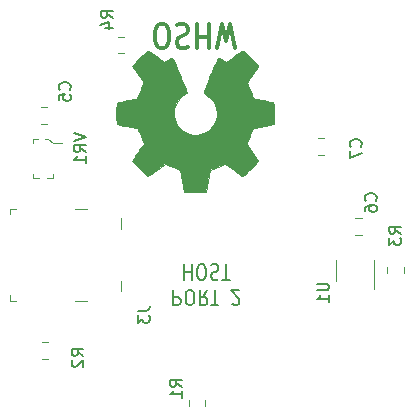
<source format=gbr>
G04 #@! TF.GenerationSoftware,KiCad,Pcbnew,(5.1.4)-1*
G04 #@! TF.CreationDate,2019-10-26T10:40:08-04:00*
G04 #@! TF.ProjectId,USB_HubSwitch,5553425f-4875-4625-9377-697463682e6b,rev?*
G04 #@! TF.SameCoordinates,Original*
G04 #@! TF.FileFunction,Legend,Bot*
G04 #@! TF.FilePolarity,Positive*
%FSLAX46Y46*%
G04 Gerber Fmt 4.6, Leading zero omitted, Abs format (unit mm)*
G04 Created by KiCad (PCBNEW (5.1.4)-1) date 2019-10-26 10:40:08*
%MOMM*%
%LPD*%
G04 APERTURE LIST*
%ADD10C,0.350000*%
%ADD11C,0.200000*%
%ADD12C,0.010000*%
%ADD13C,0.100000*%
%ADD14C,0.120000*%
%ADD15C,0.150000*%
G04 APERTURE END LIST*
D10*
X112643333Y-81635238D02*
X112976666Y-81635238D01*
X113143333Y-81540000D01*
X113310000Y-81349523D01*
X113393333Y-80968571D01*
X113393333Y-80301904D01*
X113310000Y-79920952D01*
X113143333Y-79730476D01*
X112976666Y-79635238D01*
X112643333Y-79635238D01*
X112476666Y-79730476D01*
X112310000Y-79920952D01*
X112226666Y-80301904D01*
X112226666Y-80968571D01*
X112310000Y-81349523D01*
X112476666Y-81540000D01*
X112643333Y-81635238D01*
X114060000Y-79730476D02*
X114310000Y-79635238D01*
X114726666Y-79635238D01*
X114893333Y-79730476D01*
X114976666Y-79825714D01*
X115060000Y-80016190D01*
X115060000Y-80206666D01*
X114976666Y-80397142D01*
X114893333Y-80492380D01*
X114726666Y-80587619D01*
X114393333Y-80682857D01*
X114226666Y-80778095D01*
X114143333Y-80873333D01*
X114060000Y-81063809D01*
X114060000Y-81254285D01*
X114143333Y-81444761D01*
X114226666Y-81540000D01*
X114393333Y-81635238D01*
X114810000Y-81635238D01*
X115060000Y-81540000D01*
X115810000Y-79635238D02*
X115810000Y-81635238D01*
X115810000Y-80682857D02*
X116810000Y-80682857D01*
X116810000Y-79635238D02*
X116810000Y-81635238D01*
X117476666Y-81635238D02*
X117893333Y-79635238D01*
X118226666Y-81063809D01*
X118560000Y-79635238D01*
X118976666Y-81635238D01*
D11*
X113783809Y-102126904D02*
X113783809Y-103426904D01*
X114202857Y-103426904D01*
X114307619Y-103365000D01*
X114360000Y-103303095D01*
X114412380Y-103179285D01*
X114412380Y-102993571D01*
X114360000Y-102869761D01*
X114307619Y-102807857D01*
X114202857Y-102745952D01*
X113783809Y-102745952D01*
X115093333Y-103426904D02*
X115302857Y-103426904D01*
X115407619Y-103365000D01*
X115512380Y-103241190D01*
X115564761Y-102993571D01*
X115564761Y-102560238D01*
X115512380Y-102312619D01*
X115407619Y-102188809D01*
X115302857Y-102126904D01*
X115093333Y-102126904D01*
X114988571Y-102188809D01*
X114883809Y-102312619D01*
X114831428Y-102560238D01*
X114831428Y-102993571D01*
X114883809Y-103241190D01*
X114988571Y-103365000D01*
X115093333Y-103426904D01*
X116664761Y-102126904D02*
X116298095Y-102745952D01*
X116036190Y-102126904D02*
X116036190Y-103426904D01*
X116455238Y-103426904D01*
X116560000Y-103365000D01*
X116612380Y-103303095D01*
X116664761Y-103179285D01*
X116664761Y-102993571D01*
X116612380Y-102869761D01*
X116560000Y-102807857D01*
X116455238Y-102745952D01*
X116036190Y-102745952D01*
X116979047Y-103426904D02*
X117607619Y-103426904D01*
X117293333Y-102126904D02*
X117293333Y-103426904D01*
X118760000Y-103303095D02*
X118812380Y-103365000D01*
X118917142Y-103426904D01*
X119179047Y-103426904D01*
X119283809Y-103365000D01*
X119336190Y-103303095D01*
X119388571Y-103179285D01*
X119388571Y-103055476D01*
X119336190Y-102869761D01*
X118707619Y-102126904D01*
X119388571Y-102126904D01*
X114726666Y-99976904D02*
X114726666Y-101276904D01*
X114726666Y-100657857D02*
X115355238Y-100657857D01*
X115355238Y-99976904D02*
X115355238Y-101276904D01*
X116088571Y-101276904D02*
X116298095Y-101276904D01*
X116402857Y-101215000D01*
X116507619Y-101091190D01*
X116560000Y-100843571D01*
X116560000Y-100410238D01*
X116507619Y-100162619D01*
X116402857Y-100038809D01*
X116298095Y-99976904D01*
X116088571Y-99976904D01*
X115983809Y-100038809D01*
X115879047Y-100162619D01*
X115826666Y-100410238D01*
X115826666Y-100843571D01*
X115879047Y-101091190D01*
X115983809Y-101215000D01*
X116088571Y-101276904D01*
X116979047Y-100038809D02*
X117136190Y-99976904D01*
X117398095Y-99976904D01*
X117502857Y-100038809D01*
X117555238Y-100100714D01*
X117607619Y-100224523D01*
X117607619Y-100348333D01*
X117555238Y-100472142D01*
X117502857Y-100534047D01*
X117398095Y-100595952D01*
X117188571Y-100657857D01*
X117083809Y-100719761D01*
X117031428Y-100781666D01*
X116979047Y-100905476D01*
X116979047Y-101029285D01*
X117031428Y-101153095D01*
X117083809Y-101215000D01*
X117188571Y-101276904D01*
X117450476Y-101276904D01*
X117607619Y-101215000D01*
X117921904Y-101276904D02*
X118550476Y-101276904D01*
X118236190Y-99976904D02*
X118236190Y-101276904D01*
D12*
G36*
X116739803Y-92909360D02*
G01*
X116908676Y-92013573D01*
X117531796Y-91756702D01*
X118154916Y-91499832D01*
X118902453Y-92008151D01*
X119111802Y-92149684D01*
X119301043Y-92276055D01*
X119461343Y-92381493D01*
X119583874Y-92460230D01*
X119659802Y-92506495D01*
X119680480Y-92516471D01*
X119717731Y-92490814D01*
X119797332Y-92419885D01*
X119910361Y-92312743D01*
X120047895Y-92178450D01*
X120201012Y-92026066D01*
X120360789Y-91864653D01*
X120518305Y-91703270D01*
X120664637Y-91550978D01*
X120790863Y-91416838D01*
X120888060Y-91309911D01*
X120947307Y-91239258D01*
X120961471Y-91215612D01*
X120941087Y-91172021D01*
X120883941Y-91076519D01*
X120796041Y-90938450D01*
X120683396Y-90767155D01*
X120552013Y-90571975D01*
X120475882Y-90460648D01*
X120337118Y-90257367D01*
X120213811Y-90073927D01*
X120111945Y-89919458D01*
X120037501Y-89803091D01*
X119996461Y-89733958D01*
X119990294Y-89719430D01*
X120004274Y-89678140D01*
X120042382Y-89581908D01*
X120098867Y-89444266D01*
X120167980Y-89278742D01*
X120243970Y-89098868D01*
X120321089Y-88918172D01*
X120393585Y-88750186D01*
X120455709Y-88608440D01*
X120501712Y-88506463D01*
X120525843Y-88457786D01*
X120527267Y-88455870D01*
X120565158Y-88446575D01*
X120666069Y-88425840D01*
X120819540Y-88395702D01*
X121015112Y-88358199D01*
X121242325Y-88315371D01*
X121374891Y-88290674D01*
X121617679Y-88244447D01*
X121836974Y-88200460D01*
X122021681Y-88161119D01*
X122160705Y-88128831D01*
X122242952Y-88106003D01*
X122259485Y-88098760D01*
X122275678Y-88049739D01*
X122288744Y-87939023D01*
X122298691Y-87779562D01*
X122305528Y-87584300D01*
X122309264Y-87366186D01*
X122309907Y-87138165D01*
X122307468Y-86913185D01*
X122301953Y-86704191D01*
X122293374Y-86524132D01*
X122281737Y-86385953D01*
X122267052Y-86302602D01*
X122258245Y-86285250D01*
X122205599Y-86264452D01*
X122094043Y-86234718D01*
X121938335Y-86199541D01*
X121753229Y-86162414D01*
X121688613Y-86150403D01*
X121377071Y-86093338D01*
X121130976Y-86047382D01*
X120942195Y-86010707D01*
X120802598Y-85981487D01*
X120704052Y-85957896D01*
X120638426Y-85938108D01*
X120597589Y-85920294D01*
X120573409Y-85902630D01*
X120570026Y-85899139D01*
X120536255Y-85842900D01*
X120484737Y-85733453D01*
X120420617Y-85584200D01*
X120349039Y-85408541D01*
X120275146Y-85219879D01*
X120204083Y-85031615D01*
X120140993Y-84857152D01*
X120091021Y-84709892D01*
X120059312Y-84603236D01*
X120051008Y-84550587D01*
X120051700Y-84548743D01*
X120079836Y-84505708D01*
X120143665Y-84411022D01*
X120236480Y-84274540D01*
X120351573Y-84106118D01*
X120482237Y-83915610D01*
X120519448Y-83861471D01*
X120652129Y-83665196D01*
X120768883Y-83486114D01*
X120863349Y-83334508D01*
X120929168Y-83220662D01*
X120959978Y-83154859D01*
X120961471Y-83146775D01*
X120935584Y-83104285D01*
X120864054Y-83020109D01*
X120756076Y-82903295D01*
X120620846Y-82762890D01*
X120467558Y-82607939D01*
X120305409Y-82447491D01*
X120143593Y-82290591D01*
X119991306Y-82146287D01*
X119857743Y-82023624D01*
X119752100Y-81931650D01*
X119683572Y-81879411D01*
X119664614Y-81870882D01*
X119620487Y-81890971D01*
X119530142Y-81945151D01*
X119408295Y-82024296D01*
X119314546Y-82087999D01*
X119144678Y-82204890D01*
X118943512Y-82342524D01*
X118741733Y-82479937D01*
X118633250Y-82553481D01*
X118266058Y-82801845D01*
X117957826Y-82635187D01*
X117817404Y-82562178D01*
X117697996Y-82505429D01*
X117617202Y-82473063D01*
X117596636Y-82468559D01*
X117571906Y-82501811D01*
X117523118Y-82595776D01*
X117453913Y-82741787D01*
X117367935Y-82931176D01*
X117268824Y-83155276D01*
X117160224Y-83405419D01*
X117045775Y-83672937D01*
X116929120Y-83949164D01*
X116813901Y-84225432D01*
X116703760Y-84493073D01*
X116602339Y-84743420D01*
X116513280Y-84967805D01*
X116440225Y-85157561D01*
X116386816Y-85304020D01*
X116356695Y-85398515D01*
X116351851Y-85430969D01*
X116390245Y-85472364D01*
X116474308Y-85539562D01*
X116586467Y-85618600D01*
X116595881Y-85624853D01*
X116885768Y-85856897D01*
X117119512Y-86127614D01*
X117295087Y-86428347D01*
X117410469Y-86750439D01*
X117463630Y-87085235D01*
X117452547Y-87424078D01*
X117375192Y-87758312D01*
X117229540Y-88079281D01*
X117186688Y-88149505D01*
X116963802Y-88433073D01*
X116700491Y-88660782D01*
X116405865Y-88831449D01*
X116089041Y-88943888D01*
X115759130Y-88996917D01*
X115425246Y-88989349D01*
X115096503Y-88920002D01*
X114782014Y-88787691D01*
X114490893Y-88591232D01*
X114400840Y-88511494D01*
X114171653Y-88261892D01*
X114004646Y-87999132D01*
X113890085Y-87704601D01*
X113826281Y-87412925D01*
X113810530Y-87084988D01*
X113863051Y-86755423D01*
X113978510Y-86435370D01*
X114151571Y-86135968D01*
X114376899Y-85868357D01*
X114649160Y-85643675D01*
X114684942Y-85619992D01*
X114798302Y-85542432D01*
X114884478Y-85475232D01*
X114925677Y-85432325D01*
X114926276Y-85430969D01*
X114917431Y-85384554D01*
X114882369Y-85279214D01*
X114824733Y-85123612D01*
X114748166Y-84926416D01*
X114656314Y-84696290D01*
X114552817Y-84441899D01*
X114441321Y-84171910D01*
X114325468Y-83894988D01*
X114208903Y-83619799D01*
X114095267Y-83355007D01*
X113988206Y-83109279D01*
X113891362Y-82891279D01*
X113808379Y-82709674D01*
X113742901Y-82573129D01*
X113698569Y-82490310D01*
X113680717Y-82468559D01*
X113626166Y-82485496D01*
X113524095Y-82530923D01*
X113392105Y-82596720D01*
X113319526Y-82635187D01*
X113011295Y-82801845D01*
X112644103Y-82553481D01*
X112456660Y-82426246D01*
X112251443Y-82286227D01*
X112059133Y-82154388D01*
X111962807Y-82087999D01*
X111827327Y-81997024D01*
X111712607Y-81924929D01*
X111633612Y-81880846D01*
X111607954Y-81871527D01*
X111570609Y-81896666D01*
X111487958Y-81966846D01*
X111368015Y-82074780D01*
X111218791Y-82213182D01*
X111048301Y-82374765D01*
X110940474Y-82478512D01*
X110751828Y-82663865D01*
X110588795Y-82829649D01*
X110457968Y-82968773D01*
X110365935Y-83074144D01*
X110319287Y-83138671D01*
X110314812Y-83151766D01*
X110335580Y-83201575D01*
X110392969Y-83302287D01*
X110480613Y-83443705D01*
X110592146Y-83615633D01*
X110721203Y-83807876D01*
X110757904Y-83861471D01*
X110891632Y-84056267D01*
X111011607Y-84231647D01*
X111111121Y-84377757D01*
X111183467Y-84484742D01*
X111221936Y-84542745D01*
X111225653Y-84548743D01*
X111220095Y-84594968D01*
X111190593Y-84696602D01*
X111142291Y-84840242D01*
X111080333Y-85012486D01*
X111009863Y-85199934D01*
X110936025Y-85389182D01*
X110863963Y-85566829D01*
X110798822Y-85719473D01*
X110745745Y-85833712D01*
X110709877Y-85896144D01*
X110707327Y-85899139D01*
X110685394Y-85916981D01*
X110648348Y-85934626D01*
X110588059Y-85953899D01*
X110496396Y-85976626D01*
X110365226Y-86004636D01*
X110186418Y-86039753D01*
X109951842Y-86083805D01*
X109653365Y-86138618D01*
X109588740Y-86150403D01*
X109397206Y-86187409D01*
X109230231Y-86223611D01*
X109102568Y-86255515D01*
X109028976Y-86279628D01*
X109019108Y-86285250D01*
X109002847Y-86335090D01*
X108989630Y-86446468D01*
X108979464Y-86606437D01*
X108972360Y-86802050D01*
X108968326Y-87020360D01*
X108967370Y-87248421D01*
X108969502Y-87473286D01*
X108974731Y-87682009D01*
X108983065Y-87861642D01*
X108994513Y-87999238D01*
X109009084Y-88081852D01*
X109017868Y-88098760D01*
X109066770Y-88115816D01*
X109178127Y-88143564D01*
X109340844Y-88179597D01*
X109543826Y-88221507D01*
X109775979Y-88266889D01*
X109902462Y-88290674D01*
X110142445Y-88335535D01*
X110356451Y-88376175D01*
X110534022Y-88410554D01*
X110664698Y-88436635D01*
X110738018Y-88452379D01*
X110750085Y-88455870D01*
X110770481Y-88495221D01*
X110813594Y-88590007D01*
X110873679Y-88726685D01*
X110944987Y-88891714D01*
X111021773Y-89071553D01*
X111098290Y-89252660D01*
X111168790Y-89421493D01*
X111227527Y-89564512D01*
X111268754Y-89668174D01*
X111286724Y-89718939D01*
X111287059Y-89721158D01*
X111266687Y-89761204D01*
X111209573Y-89853361D01*
X111121721Y-89988467D01*
X111009133Y-90157365D01*
X110877811Y-90350895D01*
X110801471Y-90462059D01*
X110662364Y-90665884D01*
X110538812Y-90850937D01*
X110436842Y-91007854D01*
X110362483Y-91127276D01*
X110321763Y-91199840D01*
X110315882Y-91216107D01*
X110341163Y-91253970D01*
X110411052Y-91334814D01*
X110516623Y-91449581D01*
X110648948Y-91589215D01*
X110799099Y-91744658D01*
X110958148Y-91906854D01*
X111117167Y-92066746D01*
X111267229Y-92215276D01*
X111399406Y-92343387D01*
X111504770Y-92442023D01*
X111574393Y-92502127D01*
X111597685Y-92516471D01*
X111635610Y-92496301D01*
X111726317Y-92439637D01*
X111860989Y-92352247D01*
X112030805Y-92239900D01*
X112226946Y-92108362D01*
X112374900Y-92008151D01*
X113122436Y-91499832D01*
X113745556Y-91756702D01*
X114368676Y-92013573D01*
X114706424Y-93805147D01*
X116570929Y-93805147D01*
X116739803Y-92909360D01*
X116739803Y-92909360D01*
G37*
X116739803Y-92909360D02*
X116908676Y-92013573D01*
X117531796Y-91756702D01*
X118154916Y-91499832D01*
X118902453Y-92008151D01*
X119111802Y-92149684D01*
X119301043Y-92276055D01*
X119461343Y-92381493D01*
X119583874Y-92460230D01*
X119659802Y-92506495D01*
X119680480Y-92516471D01*
X119717731Y-92490814D01*
X119797332Y-92419885D01*
X119910361Y-92312743D01*
X120047895Y-92178450D01*
X120201012Y-92026066D01*
X120360789Y-91864653D01*
X120518305Y-91703270D01*
X120664637Y-91550978D01*
X120790863Y-91416838D01*
X120888060Y-91309911D01*
X120947307Y-91239258D01*
X120961471Y-91215612D01*
X120941087Y-91172021D01*
X120883941Y-91076519D01*
X120796041Y-90938450D01*
X120683396Y-90767155D01*
X120552013Y-90571975D01*
X120475882Y-90460648D01*
X120337118Y-90257367D01*
X120213811Y-90073927D01*
X120111945Y-89919458D01*
X120037501Y-89803091D01*
X119996461Y-89733958D01*
X119990294Y-89719430D01*
X120004274Y-89678140D01*
X120042382Y-89581908D01*
X120098867Y-89444266D01*
X120167980Y-89278742D01*
X120243970Y-89098868D01*
X120321089Y-88918172D01*
X120393585Y-88750186D01*
X120455709Y-88608440D01*
X120501712Y-88506463D01*
X120525843Y-88457786D01*
X120527267Y-88455870D01*
X120565158Y-88446575D01*
X120666069Y-88425840D01*
X120819540Y-88395702D01*
X121015112Y-88358199D01*
X121242325Y-88315371D01*
X121374891Y-88290674D01*
X121617679Y-88244447D01*
X121836974Y-88200460D01*
X122021681Y-88161119D01*
X122160705Y-88128831D01*
X122242952Y-88106003D01*
X122259485Y-88098760D01*
X122275678Y-88049739D01*
X122288744Y-87939023D01*
X122298691Y-87779562D01*
X122305528Y-87584300D01*
X122309264Y-87366186D01*
X122309907Y-87138165D01*
X122307468Y-86913185D01*
X122301953Y-86704191D01*
X122293374Y-86524132D01*
X122281737Y-86385953D01*
X122267052Y-86302602D01*
X122258245Y-86285250D01*
X122205599Y-86264452D01*
X122094043Y-86234718D01*
X121938335Y-86199541D01*
X121753229Y-86162414D01*
X121688613Y-86150403D01*
X121377071Y-86093338D01*
X121130976Y-86047382D01*
X120942195Y-86010707D01*
X120802598Y-85981487D01*
X120704052Y-85957896D01*
X120638426Y-85938108D01*
X120597589Y-85920294D01*
X120573409Y-85902630D01*
X120570026Y-85899139D01*
X120536255Y-85842900D01*
X120484737Y-85733453D01*
X120420617Y-85584200D01*
X120349039Y-85408541D01*
X120275146Y-85219879D01*
X120204083Y-85031615D01*
X120140993Y-84857152D01*
X120091021Y-84709892D01*
X120059312Y-84603236D01*
X120051008Y-84550587D01*
X120051700Y-84548743D01*
X120079836Y-84505708D01*
X120143665Y-84411022D01*
X120236480Y-84274540D01*
X120351573Y-84106118D01*
X120482237Y-83915610D01*
X120519448Y-83861471D01*
X120652129Y-83665196D01*
X120768883Y-83486114D01*
X120863349Y-83334508D01*
X120929168Y-83220662D01*
X120959978Y-83154859D01*
X120961471Y-83146775D01*
X120935584Y-83104285D01*
X120864054Y-83020109D01*
X120756076Y-82903295D01*
X120620846Y-82762890D01*
X120467558Y-82607939D01*
X120305409Y-82447491D01*
X120143593Y-82290591D01*
X119991306Y-82146287D01*
X119857743Y-82023624D01*
X119752100Y-81931650D01*
X119683572Y-81879411D01*
X119664614Y-81870882D01*
X119620487Y-81890971D01*
X119530142Y-81945151D01*
X119408295Y-82024296D01*
X119314546Y-82087999D01*
X119144678Y-82204890D01*
X118943512Y-82342524D01*
X118741733Y-82479937D01*
X118633250Y-82553481D01*
X118266058Y-82801845D01*
X117957826Y-82635187D01*
X117817404Y-82562178D01*
X117697996Y-82505429D01*
X117617202Y-82473063D01*
X117596636Y-82468559D01*
X117571906Y-82501811D01*
X117523118Y-82595776D01*
X117453913Y-82741787D01*
X117367935Y-82931176D01*
X117268824Y-83155276D01*
X117160224Y-83405419D01*
X117045775Y-83672937D01*
X116929120Y-83949164D01*
X116813901Y-84225432D01*
X116703760Y-84493073D01*
X116602339Y-84743420D01*
X116513280Y-84967805D01*
X116440225Y-85157561D01*
X116386816Y-85304020D01*
X116356695Y-85398515D01*
X116351851Y-85430969D01*
X116390245Y-85472364D01*
X116474308Y-85539562D01*
X116586467Y-85618600D01*
X116595881Y-85624853D01*
X116885768Y-85856897D01*
X117119512Y-86127614D01*
X117295087Y-86428347D01*
X117410469Y-86750439D01*
X117463630Y-87085235D01*
X117452547Y-87424078D01*
X117375192Y-87758312D01*
X117229540Y-88079281D01*
X117186688Y-88149505D01*
X116963802Y-88433073D01*
X116700491Y-88660782D01*
X116405865Y-88831449D01*
X116089041Y-88943888D01*
X115759130Y-88996917D01*
X115425246Y-88989349D01*
X115096503Y-88920002D01*
X114782014Y-88787691D01*
X114490893Y-88591232D01*
X114400840Y-88511494D01*
X114171653Y-88261892D01*
X114004646Y-87999132D01*
X113890085Y-87704601D01*
X113826281Y-87412925D01*
X113810530Y-87084988D01*
X113863051Y-86755423D01*
X113978510Y-86435370D01*
X114151571Y-86135968D01*
X114376899Y-85868357D01*
X114649160Y-85643675D01*
X114684942Y-85619992D01*
X114798302Y-85542432D01*
X114884478Y-85475232D01*
X114925677Y-85432325D01*
X114926276Y-85430969D01*
X114917431Y-85384554D01*
X114882369Y-85279214D01*
X114824733Y-85123612D01*
X114748166Y-84926416D01*
X114656314Y-84696290D01*
X114552817Y-84441899D01*
X114441321Y-84171910D01*
X114325468Y-83894988D01*
X114208903Y-83619799D01*
X114095267Y-83355007D01*
X113988206Y-83109279D01*
X113891362Y-82891279D01*
X113808379Y-82709674D01*
X113742901Y-82573129D01*
X113698569Y-82490310D01*
X113680717Y-82468559D01*
X113626166Y-82485496D01*
X113524095Y-82530923D01*
X113392105Y-82596720D01*
X113319526Y-82635187D01*
X113011295Y-82801845D01*
X112644103Y-82553481D01*
X112456660Y-82426246D01*
X112251443Y-82286227D01*
X112059133Y-82154388D01*
X111962807Y-82087999D01*
X111827327Y-81997024D01*
X111712607Y-81924929D01*
X111633612Y-81880846D01*
X111607954Y-81871527D01*
X111570609Y-81896666D01*
X111487958Y-81966846D01*
X111368015Y-82074780D01*
X111218791Y-82213182D01*
X111048301Y-82374765D01*
X110940474Y-82478512D01*
X110751828Y-82663865D01*
X110588795Y-82829649D01*
X110457968Y-82968773D01*
X110365935Y-83074144D01*
X110319287Y-83138671D01*
X110314812Y-83151766D01*
X110335580Y-83201575D01*
X110392969Y-83302287D01*
X110480613Y-83443705D01*
X110592146Y-83615633D01*
X110721203Y-83807876D01*
X110757904Y-83861471D01*
X110891632Y-84056267D01*
X111011607Y-84231647D01*
X111111121Y-84377757D01*
X111183467Y-84484742D01*
X111221936Y-84542745D01*
X111225653Y-84548743D01*
X111220095Y-84594968D01*
X111190593Y-84696602D01*
X111142291Y-84840242D01*
X111080333Y-85012486D01*
X111009863Y-85199934D01*
X110936025Y-85389182D01*
X110863963Y-85566829D01*
X110798822Y-85719473D01*
X110745745Y-85833712D01*
X110709877Y-85896144D01*
X110707327Y-85899139D01*
X110685394Y-85916981D01*
X110648348Y-85934626D01*
X110588059Y-85953899D01*
X110496396Y-85976626D01*
X110365226Y-86004636D01*
X110186418Y-86039753D01*
X109951842Y-86083805D01*
X109653365Y-86138618D01*
X109588740Y-86150403D01*
X109397206Y-86187409D01*
X109230231Y-86223611D01*
X109102568Y-86255515D01*
X109028976Y-86279628D01*
X109019108Y-86285250D01*
X109002847Y-86335090D01*
X108989630Y-86446468D01*
X108979464Y-86606437D01*
X108972360Y-86802050D01*
X108968326Y-87020360D01*
X108967370Y-87248421D01*
X108969502Y-87473286D01*
X108974731Y-87682009D01*
X108983065Y-87861642D01*
X108994513Y-87999238D01*
X109009084Y-88081852D01*
X109017868Y-88098760D01*
X109066770Y-88115816D01*
X109178127Y-88143564D01*
X109340844Y-88179597D01*
X109543826Y-88221507D01*
X109775979Y-88266889D01*
X109902462Y-88290674D01*
X110142445Y-88335535D01*
X110356451Y-88376175D01*
X110534022Y-88410554D01*
X110664698Y-88436635D01*
X110738018Y-88452379D01*
X110750085Y-88455870D01*
X110770481Y-88495221D01*
X110813594Y-88590007D01*
X110873679Y-88726685D01*
X110944987Y-88891714D01*
X111021773Y-89071553D01*
X111098290Y-89252660D01*
X111168790Y-89421493D01*
X111227527Y-89564512D01*
X111268754Y-89668174D01*
X111286724Y-89718939D01*
X111287059Y-89721158D01*
X111266687Y-89761204D01*
X111209573Y-89853361D01*
X111121721Y-89988467D01*
X111009133Y-90157365D01*
X110877811Y-90350895D01*
X110801471Y-90462059D01*
X110662364Y-90665884D01*
X110538812Y-90850937D01*
X110436842Y-91007854D01*
X110362483Y-91127276D01*
X110321763Y-91199840D01*
X110315882Y-91216107D01*
X110341163Y-91253970D01*
X110411052Y-91334814D01*
X110516623Y-91449581D01*
X110648948Y-91589215D01*
X110799099Y-91744658D01*
X110958148Y-91906854D01*
X111117167Y-92066746D01*
X111267229Y-92215276D01*
X111399406Y-92343387D01*
X111504770Y-92442023D01*
X111574393Y-92502127D01*
X111597685Y-92516471D01*
X111635610Y-92496301D01*
X111726317Y-92439637D01*
X111860989Y-92352247D01*
X112030805Y-92239900D01*
X112226946Y-92108362D01*
X112374900Y-92008151D01*
X113122436Y-91499832D01*
X113745556Y-91756702D01*
X114368676Y-92013573D01*
X114706424Y-93805147D01*
X116570929Y-93805147D01*
X116739803Y-92909360D01*
D13*
X106000000Y-103050000D02*
X106500000Y-103050000D01*
X106000000Y-103050000D02*
X105500000Y-103050000D01*
X109400000Y-101350000D02*
X109400000Y-102250000D01*
X109400000Y-96950000D02*
X109400000Y-96050000D01*
X106000000Y-95250000D02*
X106500000Y-95250000D01*
X106000000Y-95250000D02*
X105500000Y-95250000D01*
X100000000Y-95250000D02*
X100000000Y-95750000D01*
X100000000Y-95250000D02*
X100500000Y-95250000D01*
X100000000Y-103050000D02*
X100000000Y-102550000D01*
X100000000Y-103050000D02*
X100500000Y-103050000D01*
X102925000Y-89400000D02*
X103200000Y-89400000D01*
X103200000Y-89400000D02*
X103575000Y-89675000D01*
X103575000Y-89675000D02*
X103575000Y-89725000D01*
X103575000Y-89725000D02*
X104350000Y-89725000D01*
X103100000Y-92700000D02*
X103575000Y-92700000D01*
X103575000Y-92700000D02*
X103575000Y-92350000D01*
X101925000Y-92475000D02*
X101925000Y-92350000D01*
X101925000Y-92400000D02*
X101925000Y-92700000D01*
X101925000Y-92700000D02*
X102375000Y-92700000D01*
X102300000Y-89400000D02*
X101925000Y-89400000D01*
X101925000Y-89400000D02*
X101925000Y-89700000D01*
D14*
X103121078Y-86690000D02*
X102603922Y-86690000D01*
X103121078Y-88110000D02*
X102603922Y-88110000D01*
X129721078Y-96090000D02*
X129203922Y-96090000D01*
X129721078Y-97510000D02*
X129203922Y-97510000D01*
X126003922Y-89290000D02*
X126521078Y-89290000D01*
X126003922Y-90710000D02*
X126521078Y-90710000D01*
X116510000Y-111478922D02*
X116510000Y-111996078D01*
X115090000Y-111478922D02*
X115090000Y-111996078D01*
X103201078Y-106550000D02*
X102683922Y-106550000D01*
X103201078Y-107970000D02*
X102683922Y-107970000D01*
X133310000Y-100203922D02*
X133310000Y-100721078D01*
X131890000Y-100203922D02*
X131890000Y-100721078D01*
X109596078Y-80690000D02*
X109078922Y-80690000D01*
X109596078Y-82110000D02*
X109078922Y-82110000D01*
X127540000Y-101400000D02*
X127540000Y-99600000D01*
X130760000Y-99600000D02*
X130760000Y-102050000D01*
D15*
X110782380Y-103896666D02*
X111496666Y-103896666D01*
X111639523Y-103849047D01*
X111734761Y-103753809D01*
X111782380Y-103610952D01*
X111782380Y-103515714D01*
X110782380Y-104277619D02*
X110782380Y-104896666D01*
X111163333Y-104563333D01*
X111163333Y-104706190D01*
X111210952Y-104801428D01*
X111258571Y-104849047D01*
X111353809Y-104896666D01*
X111591904Y-104896666D01*
X111687142Y-104849047D01*
X111734761Y-104801428D01*
X111782380Y-104706190D01*
X111782380Y-104420476D01*
X111734761Y-104325238D01*
X111687142Y-104277619D01*
X105370380Y-88860476D02*
X106370380Y-89193809D01*
X105370380Y-89527142D01*
X106370380Y-90431904D02*
X105894190Y-90098571D01*
X106370380Y-89860476D02*
X105370380Y-89860476D01*
X105370380Y-90241428D01*
X105418000Y-90336666D01*
X105465619Y-90384285D01*
X105560857Y-90431904D01*
X105703714Y-90431904D01*
X105798952Y-90384285D01*
X105846571Y-90336666D01*
X105894190Y-90241428D01*
X105894190Y-89860476D01*
X106370380Y-91384285D02*
X106370380Y-90812857D01*
X106370380Y-91098571D02*
X105370380Y-91098571D01*
X105513238Y-91003333D01*
X105608476Y-90908095D01*
X105656095Y-90812857D01*
X105005142Y-85177333D02*
X105052761Y-85129714D01*
X105100380Y-84986857D01*
X105100380Y-84891619D01*
X105052761Y-84748761D01*
X104957523Y-84653523D01*
X104862285Y-84605904D01*
X104671809Y-84558285D01*
X104528952Y-84558285D01*
X104338476Y-84605904D01*
X104243238Y-84653523D01*
X104148000Y-84748761D01*
X104100380Y-84891619D01*
X104100380Y-84986857D01*
X104148000Y-85129714D01*
X104195619Y-85177333D01*
X104100380Y-86082095D02*
X104100380Y-85605904D01*
X104576571Y-85558285D01*
X104528952Y-85605904D01*
X104481333Y-85701142D01*
X104481333Y-85939238D01*
X104528952Y-86034476D01*
X104576571Y-86082095D01*
X104671809Y-86129714D01*
X104909904Y-86129714D01*
X105005142Y-86082095D01*
X105052761Y-86034476D01*
X105100380Y-85939238D01*
X105100380Y-85701142D01*
X105052761Y-85605904D01*
X105005142Y-85558285D01*
X130913142Y-94575333D02*
X130960761Y-94527714D01*
X131008380Y-94384857D01*
X131008380Y-94289619D01*
X130960761Y-94146761D01*
X130865523Y-94051523D01*
X130770285Y-94003904D01*
X130579809Y-93956285D01*
X130436952Y-93956285D01*
X130246476Y-94003904D01*
X130151238Y-94051523D01*
X130056000Y-94146761D01*
X130008380Y-94289619D01*
X130008380Y-94384857D01*
X130056000Y-94527714D01*
X130103619Y-94575333D01*
X130008380Y-95432476D02*
X130008380Y-95242000D01*
X130056000Y-95146761D01*
X130103619Y-95099142D01*
X130246476Y-95003904D01*
X130436952Y-94956285D01*
X130817904Y-94956285D01*
X130913142Y-95003904D01*
X130960761Y-95051523D01*
X131008380Y-95146761D01*
X131008380Y-95337238D01*
X130960761Y-95432476D01*
X130913142Y-95480095D01*
X130817904Y-95527714D01*
X130579809Y-95527714D01*
X130484571Y-95480095D01*
X130436952Y-95432476D01*
X130389333Y-95337238D01*
X130389333Y-95146761D01*
X130436952Y-95051523D01*
X130484571Y-95003904D01*
X130579809Y-94956285D01*
X129643142Y-90003333D02*
X129690761Y-89955714D01*
X129738380Y-89812857D01*
X129738380Y-89717619D01*
X129690761Y-89574761D01*
X129595523Y-89479523D01*
X129500285Y-89431904D01*
X129309809Y-89384285D01*
X129166952Y-89384285D01*
X128976476Y-89431904D01*
X128881238Y-89479523D01*
X128786000Y-89574761D01*
X128738380Y-89717619D01*
X128738380Y-89812857D01*
X128786000Y-89955714D01*
X128833619Y-90003333D01*
X128738380Y-90336666D02*
X128738380Y-91003333D01*
X129738380Y-90574761D01*
X114498380Y-110323333D02*
X114022190Y-109990000D01*
X114498380Y-109751904D02*
X113498380Y-109751904D01*
X113498380Y-110132857D01*
X113546000Y-110228095D01*
X113593619Y-110275714D01*
X113688857Y-110323333D01*
X113831714Y-110323333D01*
X113926952Y-110275714D01*
X113974571Y-110228095D01*
X114022190Y-110132857D01*
X114022190Y-109751904D01*
X114498380Y-111275714D02*
X114498380Y-110704285D01*
X114498380Y-110990000D02*
X113498380Y-110990000D01*
X113641238Y-110894761D01*
X113736476Y-110799523D01*
X113784095Y-110704285D01*
X106172380Y-107713333D02*
X105696190Y-107380000D01*
X106172380Y-107141904D02*
X105172380Y-107141904D01*
X105172380Y-107522857D01*
X105220000Y-107618095D01*
X105267619Y-107665714D01*
X105362857Y-107713333D01*
X105505714Y-107713333D01*
X105600952Y-107665714D01*
X105648571Y-107618095D01*
X105696190Y-107522857D01*
X105696190Y-107141904D01*
X105267619Y-108094285D02*
X105220000Y-108141904D01*
X105172380Y-108237142D01*
X105172380Y-108475238D01*
X105220000Y-108570476D01*
X105267619Y-108618095D01*
X105362857Y-108665714D01*
X105458095Y-108665714D01*
X105600952Y-108618095D01*
X106172380Y-108046666D01*
X106172380Y-108665714D01*
X133052380Y-97369333D02*
X132576190Y-97036000D01*
X133052380Y-96797904D02*
X132052380Y-96797904D01*
X132052380Y-97178857D01*
X132100000Y-97274095D01*
X132147619Y-97321714D01*
X132242857Y-97369333D01*
X132385714Y-97369333D01*
X132480952Y-97321714D01*
X132528571Y-97274095D01*
X132576190Y-97178857D01*
X132576190Y-96797904D01*
X132052380Y-97702666D02*
X132052380Y-98321714D01*
X132433333Y-97988380D01*
X132433333Y-98131238D01*
X132480952Y-98226476D01*
X132528571Y-98274095D01*
X132623809Y-98321714D01*
X132861904Y-98321714D01*
X132957142Y-98274095D01*
X133004761Y-98226476D01*
X133052380Y-98131238D01*
X133052380Y-97845523D01*
X133004761Y-97750285D01*
X132957142Y-97702666D01*
X108656380Y-79081333D02*
X108180190Y-78748000D01*
X108656380Y-78509904D02*
X107656380Y-78509904D01*
X107656380Y-78890857D01*
X107704000Y-78986095D01*
X107751619Y-79033714D01*
X107846857Y-79081333D01*
X107989714Y-79081333D01*
X108084952Y-79033714D01*
X108132571Y-78986095D01*
X108180190Y-78890857D01*
X108180190Y-78509904D01*
X107989714Y-79938476D02*
X108656380Y-79938476D01*
X107608761Y-79700380D02*
X108323047Y-79462285D01*
X108323047Y-80081333D01*
X125944380Y-101600095D02*
X126753904Y-101600095D01*
X126849142Y-101647714D01*
X126896761Y-101695333D01*
X126944380Y-101790571D01*
X126944380Y-101981047D01*
X126896761Y-102076285D01*
X126849142Y-102123904D01*
X126753904Y-102171523D01*
X125944380Y-102171523D01*
X126944380Y-103171523D02*
X126944380Y-102600095D01*
X126944380Y-102885809D02*
X125944380Y-102885809D01*
X126087238Y-102790571D01*
X126182476Y-102695333D01*
X126230095Y-102600095D01*
M02*

</source>
